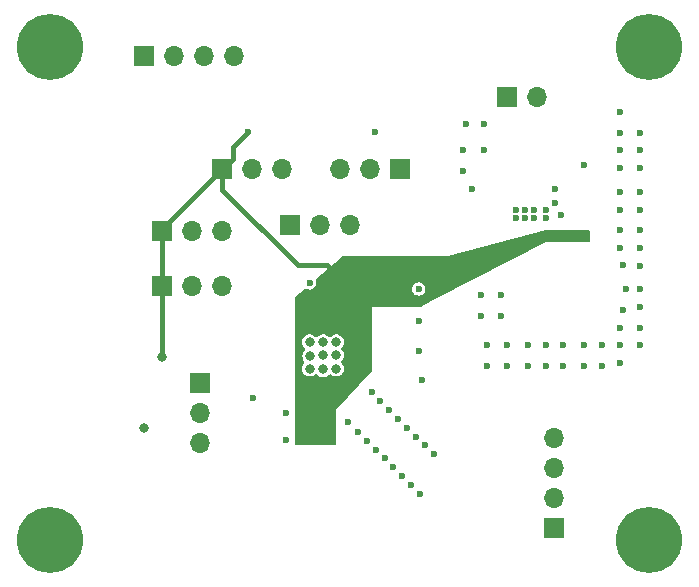
<source format=gbr>
%TF.GenerationSoftware,KiCad,Pcbnew,(6.0.7)*%
%TF.CreationDate,2022-09-01T00:20:10+02:00*%
%TF.ProjectId,ES9033_prototype,45533930-3333-45f7-9072-6f746f747970,rev?*%
%TF.SameCoordinates,Original*%
%TF.FileFunction,Copper,L4,Bot*%
%TF.FilePolarity,Positive*%
%FSLAX46Y46*%
G04 Gerber Fmt 4.6, Leading zero omitted, Abs format (unit mm)*
G04 Created by KiCad (PCBNEW (6.0.7)) date 2022-09-01 00:20:10*
%MOMM*%
%LPD*%
G01*
G04 APERTURE LIST*
%TA.AperFunction,ComponentPad*%
%ADD10R,1.700000X1.700000*%
%TD*%
%TA.AperFunction,ComponentPad*%
%ADD11O,1.700000X1.700000*%
%TD*%
%TA.AperFunction,ComponentPad*%
%ADD12C,5.600000*%
%TD*%
%TA.AperFunction,ViaPad*%
%ADD13C,0.800000*%
%TD*%
%TA.AperFunction,ViaPad*%
%ADD14C,0.600000*%
%TD*%
%TA.AperFunction,Conductor*%
%ADD15C,0.400000*%
%TD*%
G04 APERTURE END LIST*
D10*
%TO.P,JP203,1,A*%
%TO.N,Net-(JP203-Pad1)*%
X50000000Y-71975000D03*
D11*
%TO.P,JP203,2,C*%
%TO.N,/DAC/MODE*%
X50000000Y-74515000D03*
%TO.P,JP203,3,B*%
%TO.N,Net-(JP203-Pad3)*%
X50000000Y-77055000D03*
%TD*%
D10*
%TO.P,JP202,1,A*%
%TO.N,+3V3*%
X46725000Y-63750000D03*
D11*
%TO.P,JP202,2,C*%
%TO.N,/DAC/HW0*%
X49265000Y-63750000D03*
%TO.P,JP202,3,B*%
%TO.N,GND*%
X51805000Y-63750000D03*
%TD*%
D10*
%TO.P,JP206,1,A*%
%TO.N,GND*%
X66920000Y-53870000D03*
D11*
%TO.P,JP206,2,C*%
%TO.N,Net-(JP205-Pad3)*%
X64380000Y-53870000D03*
%TO.P,JP206,3,B*%
%TO.N,Net-(JP206-Pad3)*%
X61840000Y-53870000D03*
%TD*%
D10*
%TO.P,J103,1,Pin_1*%
%TO.N,/DAC/DAC_OUT1*%
X79975000Y-84212500D03*
D11*
%TO.P,J103,2,Pin_2*%
%TO.N,GND*%
X79975000Y-81672500D03*
%TO.P,J103,3,Pin_3*%
X79975000Y-79132500D03*
%TO.P,J103,4,Pin_4*%
%TO.N,/DAC/DAC_OUT2*%
X79975000Y-76592500D03*
%TD*%
D10*
%TO.P,JP204,1,A*%
%TO.N,+3V3*%
X51870000Y-53870000D03*
D11*
%TO.P,JP204,2,C*%
%TO.N,Net-(JP204-Pad2)*%
X54410000Y-53870000D03*
%TO.P,JP204,3,B*%
%TO.N,Net-(JP204-Pad3)*%
X56950000Y-53870000D03*
%TD*%
D12*
%TO.P,H101,1,1*%
%TO.N,GND*%
X37250000Y-85250000D03*
%TD*%
%TO.P,H103,1,1*%
%TO.N,GND*%
X37250000Y-43500000D03*
%TD*%
D10*
%TO.P,JP205,1,A*%
%TO.N,Net-(JP204-Pad2)*%
X57620000Y-58620000D03*
D11*
%TO.P,JP205,2,C*%
%TO.N,/DAC/HW2*%
X60160000Y-58620000D03*
%TO.P,JP205,3,B*%
%TO.N,Net-(JP205-Pad3)*%
X62700000Y-58620000D03*
%TD*%
D12*
%TO.P,H102,1,1*%
%TO.N,GND*%
X88000000Y-43500000D03*
%TD*%
D10*
%TO.P,JP201,1,A*%
%TO.N,+3V3*%
X46725000Y-59120000D03*
D11*
%TO.P,JP201,2,C*%
%TO.N,/DAC/HW1*%
X49265000Y-59120000D03*
%TO.P,JP201,3,B*%
%TO.N,GND*%
X51805000Y-59120000D03*
%TD*%
D10*
%TO.P,J102,1,Pin_1*%
%TO.N,/DAC/SDA*%
X45210000Y-44250000D03*
D11*
%TO.P,J102,2,Pin_2*%
%TO.N,/DAC/SCL*%
X47750000Y-44250000D03*
%TO.P,J102,3,Pin_3*%
%TO.N,/DAC/ADDR0*%
X50290000Y-44250000D03*
%TO.P,J102,4,Pin_4*%
%TO.N,/DAC/ADDR1*%
X52830000Y-44250000D03*
%TD*%
D12*
%TO.P,H104,1,1*%
%TO.N,GND*%
X88000000Y-85250000D03*
%TD*%
D10*
%TO.P,J101,1,Pin_1*%
%TO.N,GND*%
X75960000Y-47750000D03*
D11*
%TO.P,J101,2,Pin_2*%
%TO.N,+5V*%
X78500000Y-47750000D03*
%TD*%
D13*
%TO.N,+3V3*%
X72750000Y-61250000D03*
X46725000Y-69750000D03*
%TO.N,GND*%
X45250000Y-75750000D03*
X61500000Y-70750000D03*
D14*
X67850000Y-80600000D03*
X79250000Y-58025000D03*
X80500000Y-57750000D03*
X78250000Y-58025000D03*
X87250000Y-68775000D03*
X67100000Y-79850000D03*
X57250000Y-74500000D03*
X85750000Y-62000000D03*
X87250000Y-59025000D03*
X77750000Y-68775000D03*
X77500000Y-58025000D03*
X68250000Y-76500000D03*
X85500000Y-67275000D03*
X54500000Y-73250000D03*
X87250000Y-67275000D03*
X68750000Y-71750000D03*
X78250000Y-57275000D03*
X74250000Y-68775000D03*
X84000000Y-68775000D03*
D13*
X61500000Y-69600000D03*
D14*
X73750000Y-64500000D03*
X64750000Y-50750000D03*
X87250000Y-55775000D03*
X74250000Y-70525000D03*
X87250000Y-65525000D03*
X77750000Y-70525000D03*
X85500000Y-68775000D03*
X85500000Y-59025000D03*
X87250000Y-62025000D03*
X68600000Y-81350000D03*
X87250000Y-64025000D03*
X79250000Y-57275000D03*
X72250000Y-52250000D03*
X72500000Y-50000000D03*
X80000000Y-55500000D03*
X69750000Y-78000000D03*
X67500000Y-75750000D03*
X85500000Y-55775000D03*
X87250000Y-52275000D03*
X57250000Y-76750000D03*
X82500000Y-70525000D03*
X66000000Y-74250000D03*
X85500000Y-60525000D03*
X74000000Y-52250000D03*
D13*
X60400000Y-68500000D03*
D14*
X87250000Y-50775000D03*
D13*
X59250000Y-70750000D03*
D14*
X73750000Y-66250000D03*
D13*
X60380000Y-69620000D03*
D14*
X85500000Y-57275000D03*
X85500000Y-70275000D03*
X76000000Y-70525000D03*
X80750000Y-70525000D03*
X74000000Y-50000000D03*
X87250000Y-53775000D03*
X75500000Y-64500000D03*
X68500000Y-69250000D03*
X76750000Y-58025000D03*
X82500000Y-53525000D03*
X72250000Y-54000000D03*
X64850000Y-77600000D03*
X65600000Y-78350000D03*
X62500000Y-75250000D03*
X85500000Y-50775000D03*
X80750000Y-68775000D03*
X85500000Y-52275000D03*
X68500000Y-66750000D03*
X65250000Y-73500000D03*
X66750000Y-75000000D03*
X69000000Y-77250000D03*
X76000000Y-68775000D03*
D13*
X61500000Y-68500000D03*
D14*
X86000000Y-64000000D03*
X63350000Y-76100000D03*
X85500000Y-49025000D03*
X75500000Y-66250000D03*
X85750000Y-65750000D03*
X77500000Y-57275000D03*
X76750000Y-57275000D03*
X82500000Y-68775000D03*
X85500000Y-53775000D03*
X80000000Y-56750000D03*
X66350000Y-79100000D03*
X79250000Y-68775000D03*
X73000000Y-55500000D03*
D13*
X59300000Y-69700000D03*
X59250000Y-68500000D03*
D14*
X64500000Y-72750000D03*
X87250000Y-60525000D03*
X68500000Y-64000000D03*
X84000000Y-70525000D03*
X59250000Y-63500000D03*
X87250000Y-57275000D03*
X64150000Y-76900000D03*
D13*
X60400000Y-70800000D03*
D14*
X79250000Y-70525000D03*
%TO.N,+3V3*%
X81750000Y-59525000D03*
X61000000Y-76750000D03*
X80000000Y-59525000D03*
X60750000Y-66000000D03*
X61000000Y-74500000D03*
X58500000Y-72750000D03*
X82500000Y-59525000D03*
X54000000Y-50750000D03*
X60500000Y-73000000D03*
X64000000Y-70750000D03*
X80750000Y-59525000D03*
%TD*%
D15*
%TO.N,+3V3*%
X46725000Y-69750000D02*
X46725000Y-59120000D01*
X51870000Y-55620000D02*
X51870000Y-53870000D01*
X58250000Y-62000000D02*
X51870000Y-55620000D01*
X60750000Y-62000000D02*
X58250000Y-62000000D01*
X61250000Y-62500000D02*
X60750000Y-62000000D01*
X61250000Y-65500000D02*
X61250000Y-62500000D01*
X46620000Y-59120000D02*
X51870000Y-53870000D01*
X52750000Y-52990000D02*
X52750000Y-52000000D01*
X51870000Y-53870000D02*
X52750000Y-52990000D01*
X52750000Y-52000000D02*
X54000000Y-50750000D01*
%TD*%
%TA.AperFunction,Conductor*%
%TO.N,+3V3*%
G36*
X82942121Y-59020002D02*
G01*
X82988614Y-59073658D01*
X83000000Y-59126000D01*
X83000000Y-59874000D01*
X82979998Y-59942121D01*
X82926342Y-59988614D01*
X82874000Y-60000000D01*
X79250000Y-60000000D01*
X70000000Y-64750000D01*
X69998197Y-64751082D01*
X68779927Y-65482044D01*
X68715101Y-65500000D01*
X58000000Y-65500000D01*
X58000000Y-64807176D01*
X58020002Y-64739055D01*
X58043028Y-64712351D01*
X58846761Y-64009085D01*
X58911199Y-63979281D01*
X58977951Y-63987501D01*
X59097616Y-64037068D01*
X59097619Y-64037069D01*
X59105246Y-64040228D01*
X59250000Y-64059285D01*
X59258188Y-64058207D01*
X59386566Y-64041306D01*
X59394754Y-64040228D01*
X59491873Y-64000000D01*
X67940715Y-64000000D01*
X67959772Y-64144754D01*
X67962931Y-64152380D01*
X67991089Y-64220358D01*
X68015645Y-64279642D01*
X68104526Y-64395474D01*
X68111076Y-64400500D01*
X68111079Y-64400503D01*
X68213804Y-64479327D01*
X68220357Y-64484355D01*
X68355246Y-64540228D01*
X68500000Y-64559285D01*
X68508188Y-64558207D01*
X68636566Y-64541306D01*
X68644754Y-64540228D01*
X68779643Y-64484355D01*
X68786196Y-64479327D01*
X68888921Y-64400503D01*
X68888924Y-64400500D01*
X68895474Y-64395474D01*
X68984355Y-64279642D01*
X69008912Y-64220358D01*
X69037069Y-64152380D01*
X69040228Y-64144754D01*
X69059285Y-64000000D01*
X69040228Y-63855246D01*
X69011625Y-63786193D01*
X68987515Y-63727986D01*
X68987514Y-63727984D01*
X68984355Y-63720358D01*
X68895474Y-63604526D01*
X68888924Y-63599500D01*
X68888921Y-63599497D01*
X68786196Y-63520673D01*
X68786194Y-63520672D01*
X68779643Y-63515645D01*
X68644754Y-63459772D01*
X68500000Y-63440715D01*
X68491812Y-63441793D01*
X68363432Y-63458694D01*
X68363430Y-63458695D01*
X68355246Y-63459772D01*
X68307430Y-63479578D01*
X68227986Y-63512485D01*
X68227984Y-63512486D01*
X68220358Y-63515645D01*
X68104526Y-63604526D01*
X68015645Y-63720358D01*
X68012486Y-63727984D01*
X68012485Y-63727986D01*
X67988375Y-63786193D01*
X67959772Y-63855246D01*
X67940715Y-64000000D01*
X59491873Y-64000000D01*
X59529643Y-63984355D01*
X59561680Y-63959772D01*
X59638921Y-63900503D01*
X59638924Y-63900500D01*
X59645474Y-63895474D01*
X59734355Y-63779642D01*
X59758912Y-63720358D01*
X59787069Y-63652380D01*
X59790228Y-63644754D01*
X59794663Y-63611072D01*
X59808207Y-63508188D01*
X59809285Y-63500000D01*
X59790228Y-63355246D01*
X59772622Y-63312741D01*
X59765033Y-63242151D01*
X59796813Y-63178664D01*
X59806059Y-63169698D01*
X61964371Y-61281175D01*
X62028809Y-61251371D01*
X62047343Y-61250000D01*
X71000000Y-61250000D01*
X71008103Y-61247790D01*
X71008104Y-61247790D01*
X79233720Y-59004440D01*
X79266873Y-59000000D01*
X82874000Y-59000000D01*
X82942121Y-59020002D01*
G37*
%TD.AperFunction*%
%TD*%
%TA.AperFunction,Conductor*%
%TO.N,+3V3*%
G36*
X64500000Y-70950737D02*
G01*
X64479998Y-71018858D01*
X64466587Y-71036197D01*
X61500000Y-74250000D01*
X61500000Y-77124000D01*
X61479998Y-77192121D01*
X61426342Y-77238614D01*
X61374000Y-77250000D01*
X58126000Y-77250000D01*
X58057879Y-77229998D01*
X58011386Y-77176342D01*
X58000000Y-77124000D01*
X58000000Y-70743096D01*
X58590729Y-70743096D01*
X58608113Y-70900553D01*
X58610723Y-70907684D01*
X58610723Y-70907686D01*
X58626478Y-70950737D01*
X58662553Y-71049319D01*
X58666789Y-71055622D01*
X58666789Y-71055623D01*
X58696152Y-71099319D01*
X58750908Y-71180805D01*
X58756527Y-71185918D01*
X58756528Y-71185919D01*
X58811479Y-71235920D01*
X58868076Y-71287419D01*
X59007293Y-71363008D01*
X59160522Y-71403207D01*
X59244477Y-71404526D01*
X59311319Y-71405576D01*
X59311322Y-71405576D01*
X59318916Y-71405695D01*
X59473332Y-71370329D01*
X59548927Y-71332309D01*
X59608072Y-71302563D01*
X59608075Y-71302561D01*
X59614855Y-71299151D01*
X59620628Y-71294220D01*
X59620633Y-71294217D01*
X59718859Y-71210324D01*
X59783648Y-71181293D01*
X59853848Y-71191898D01*
X59896070Y-71223803D01*
X59896670Y-71224498D01*
X59900908Y-71230805D01*
X59906528Y-71235919D01*
X59906529Y-71235920D01*
X60012460Y-71332309D01*
X60018076Y-71337419D01*
X60157293Y-71413008D01*
X60310522Y-71453207D01*
X60394477Y-71454526D01*
X60461319Y-71455576D01*
X60461322Y-71455576D01*
X60468916Y-71455695D01*
X60623332Y-71420329D01*
X60733474Y-71364934D01*
X60758072Y-71352563D01*
X60758075Y-71352561D01*
X60764855Y-71349151D01*
X60770626Y-71344222D01*
X60770629Y-71344220D01*
X60829174Y-71294217D01*
X60885314Y-71246269D01*
X60886969Y-71243966D01*
X60946064Y-71208406D01*
X61017030Y-71210501D01*
X61062779Y-71237103D01*
X61118076Y-71287419D01*
X61257293Y-71363008D01*
X61410522Y-71403207D01*
X61494477Y-71404526D01*
X61561319Y-71405576D01*
X61561322Y-71405576D01*
X61568916Y-71405695D01*
X61723332Y-71370329D01*
X61798927Y-71332309D01*
X61858072Y-71302563D01*
X61858075Y-71302561D01*
X61864855Y-71299151D01*
X61870626Y-71294222D01*
X61870629Y-71294220D01*
X61979536Y-71201204D01*
X61979536Y-71201203D01*
X61985314Y-71196269D01*
X62077755Y-71067624D01*
X62136842Y-70920641D01*
X62159162Y-70763807D01*
X62159307Y-70750000D01*
X62140276Y-70592733D01*
X62084280Y-70444546D01*
X61994553Y-70313992D01*
X61988882Y-70308939D01*
X61988879Y-70308936D01*
X61944455Y-70269355D01*
X61906899Y-70209105D01*
X61907880Y-70138115D01*
X61946444Y-70079468D01*
X61979532Y-70051208D01*
X61979535Y-70051205D01*
X61985314Y-70046269D01*
X62077755Y-69917624D01*
X62136842Y-69770641D01*
X62159162Y-69613807D01*
X62159307Y-69600000D01*
X62140276Y-69442733D01*
X62084280Y-69294546D01*
X62008299Y-69183992D01*
X61998855Y-69170251D01*
X61998854Y-69170249D01*
X61994553Y-69163992D01*
X61988883Y-69158940D01*
X61988881Y-69158938D01*
X61973109Y-69144886D01*
X61935552Y-69084636D01*
X61936531Y-69013646D01*
X61975095Y-68954998D01*
X61979531Y-68951209D01*
X61979535Y-68951205D01*
X61985314Y-68946269D01*
X62077755Y-68817624D01*
X62136842Y-68670641D01*
X62159162Y-68513807D01*
X62159307Y-68500000D01*
X62140276Y-68342733D01*
X62084280Y-68194546D01*
X62049860Y-68144464D01*
X61998855Y-68070251D01*
X61998854Y-68070249D01*
X61994553Y-68063992D01*
X61986762Y-68057050D01*
X61881946Y-67963664D01*
X61876275Y-67958611D01*
X61868889Y-67954700D01*
X61742988Y-67888039D01*
X61742989Y-67888039D01*
X61736274Y-67884484D01*
X61582633Y-67845892D01*
X61575034Y-67845852D01*
X61575033Y-67845852D01*
X61509181Y-67845507D01*
X61424221Y-67845062D01*
X61416841Y-67846834D01*
X61416839Y-67846834D01*
X61277563Y-67880271D01*
X61277560Y-67880272D01*
X61270184Y-67882043D01*
X61129414Y-67954700D01*
X61032472Y-68039269D01*
X60967991Y-68068976D01*
X60897684Y-68059107D01*
X60865824Y-68038396D01*
X60781946Y-67963664D01*
X60776275Y-67958611D01*
X60768889Y-67954700D01*
X60642988Y-67888039D01*
X60642989Y-67888039D01*
X60636274Y-67884484D01*
X60482633Y-67845892D01*
X60475034Y-67845852D01*
X60475033Y-67845852D01*
X60409181Y-67845507D01*
X60324221Y-67845062D01*
X60316841Y-67846834D01*
X60316839Y-67846834D01*
X60177563Y-67880271D01*
X60177560Y-67880272D01*
X60170184Y-67882043D01*
X60029414Y-67954700D01*
X59910039Y-68058838D01*
X59908479Y-68057050D01*
X59857911Y-68088207D01*
X59786928Y-68086858D01*
X59740897Y-68060735D01*
X59739070Y-68059107D01*
X59626275Y-67958611D01*
X59618889Y-67954700D01*
X59492988Y-67888039D01*
X59492989Y-67888039D01*
X59486274Y-67884484D01*
X59332633Y-67845892D01*
X59325034Y-67845852D01*
X59325033Y-67845852D01*
X59259181Y-67845507D01*
X59174221Y-67845062D01*
X59166841Y-67846834D01*
X59166839Y-67846834D01*
X59027563Y-67880271D01*
X59027560Y-67880272D01*
X59020184Y-67882043D01*
X58879414Y-67954700D01*
X58760039Y-68058838D01*
X58668950Y-68188444D01*
X58611406Y-68336037D01*
X58590729Y-68493096D01*
X58608113Y-68650553D01*
X58662553Y-68799319D01*
X58750908Y-68930805D01*
X58756527Y-68935918D01*
X58756528Y-68935919D01*
X58859303Y-69029436D01*
X58896226Y-69090076D01*
X58894503Y-69161052D01*
X58857334Y-69217578D01*
X58815766Y-69253841D01*
X58815762Y-69253846D01*
X58810039Y-69258838D01*
X58718950Y-69388444D01*
X58661406Y-69536037D01*
X58660414Y-69543570D01*
X58660414Y-69543571D01*
X58651711Y-69609682D01*
X58640729Y-69693096D01*
X58658113Y-69850553D01*
X58660723Y-69857684D01*
X58660723Y-69857686D01*
X58684917Y-69923798D01*
X58712553Y-69999319D01*
X58716789Y-70005622D01*
X58716789Y-70005623D01*
X58799269Y-70128366D01*
X58820661Y-70196063D01*
X58802057Y-70264579D01*
X58777516Y-70293591D01*
X58765765Y-70303842D01*
X58765761Y-70303846D01*
X58760039Y-70308838D01*
X58668950Y-70438444D01*
X58611406Y-70586037D01*
X58590729Y-70743096D01*
X58000000Y-70743096D01*
X58000000Y-64807176D01*
X58020002Y-64739055D01*
X58043028Y-64712351D01*
X58846761Y-64009085D01*
X58911199Y-63979281D01*
X58977951Y-63987501D01*
X59097616Y-64037068D01*
X59097619Y-64037069D01*
X59105246Y-64040228D01*
X59250000Y-64059285D01*
X59258188Y-64058207D01*
X59386566Y-64041306D01*
X59394754Y-64040228D01*
X59529643Y-63984355D01*
X59536256Y-63979281D01*
X59638921Y-63900503D01*
X59638924Y-63900500D01*
X59645474Y-63895474D01*
X59734355Y-63779642D01*
X59790228Y-63644754D01*
X59809285Y-63500000D01*
X59790228Y-63355246D01*
X59772622Y-63312741D01*
X59765033Y-63242151D01*
X59796813Y-63178664D01*
X59806059Y-63169698D01*
X61964371Y-61281175D01*
X62028809Y-61251371D01*
X62047343Y-61250000D01*
X64500000Y-61250000D01*
X64500000Y-70950737D01*
G37*
%TD.AperFunction*%
%TD*%
M02*

</source>
